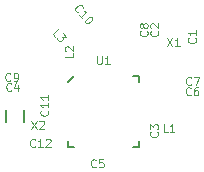
<source format=gbr>
G04 #@! TF.FileFunction,Legend,Top*
%FSLAX46Y46*%
G04 Gerber Fmt 4.6, Leading zero omitted, Abs format (unit mm)*
G04 Created by KiCad (PCBNEW 4.0.0-stable) date Wednesday, March 16, 2016 'PMt' 09:11:23 PM*
%MOMM*%
G01*
G04 APERTURE LIST*
%ADD10C,0.100000*%
%ADD11C,0.150000*%
G04 APERTURE END LIST*
D10*
X81938371Y93900497D02*
X81892362Y93904522D01*
X81804371Y93958581D01*
X81762388Y94008614D01*
X81724430Y94104657D01*
X81732481Y94196674D01*
X81761523Y94263674D01*
X81840598Y94372656D01*
X81915649Y94435631D01*
X82036707Y94494581D01*
X82107733Y94511548D01*
X82199749Y94503497D01*
X82287741Y94449438D01*
X82329724Y94399405D01*
X82367682Y94303363D01*
X82363657Y94257355D01*
X82308169Y93358177D02*
X82056271Y93658379D01*
X82182220Y93508278D02*
X82707573Y93949102D01*
X82590540Y93936161D01*
X82498522Y93944211D01*
X82431523Y93973253D01*
X83106414Y93473782D02*
X83148397Y93423748D01*
X83165364Y93352723D01*
X83161338Y93306715D01*
X83132296Y93239715D01*
X83053220Y93130732D01*
X82928136Y93025774D01*
X82807078Y92966824D01*
X82736052Y92949857D01*
X82690044Y92953883D01*
X82623044Y92982924D01*
X82581060Y93032959D01*
X82564094Y93103984D01*
X82568119Y93149992D01*
X82597162Y93216992D01*
X82676237Y93325975D01*
X82801322Y93430933D01*
X82922381Y93489883D01*
X82993406Y93506849D01*
X83039414Y93502824D01*
X83106414Y93473782D01*
X80011014Y91817827D02*
X79801098Y92067995D01*
X80326452Y92508819D01*
X80641325Y92133568D02*
X80914216Y91808349D01*
X80567140Y91815534D01*
X80630115Y91740483D01*
X80647082Y91669458D01*
X80643057Y91623450D01*
X80614014Y91556449D01*
X80488930Y91451492D01*
X80417905Y91434525D01*
X80371896Y91438550D01*
X80304897Y91467592D01*
X80178947Y91617693D01*
X80161981Y91688718D01*
X80166005Y91734727D01*
X81539443Y90405857D02*
X81539443Y90079286D01*
X80853643Y90079286D01*
X80918957Y90601800D02*
X80886300Y90634457D01*
X80853643Y90699771D01*
X80853643Y90863057D01*
X80886300Y90928371D01*
X80918957Y90961028D01*
X80984271Y90993685D01*
X81049586Y90993685D01*
X81147557Y90961028D01*
X81539443Y90569142D01*
X81539443Y90993685D01*
X76297971Y87283471D02*
X76265314Y87250814D01*
X76167343Y87218157D01*
X76102029Y87218157D01*
X76004057Y87250814D01*
X75938743Y87316129D01*
X75906086Y87381443D01*
X75873429Y87512071D01*
X75873429Y87610043D01*
X75906086Y87740671D01*
X75938743Y87805986D01*
X76004057Y87871300D01*
X76102029Y87903957D01*
X76167343Y87903957D01*
X76265314Y87871300D01*
X76297971Y87838643D01*
X76885800Y87675357D02*
X76885800Y87218157D01*
X76722514Y87936614D02*
X76559229Y87446757D01*
X76983771Y87446757D01*
X83460971Y80813691D02*
X83428314Y80781034D01*
X83330343Y80748377D01*
X83265029Y80748377D01*
X83167057Y80781034D01*
X83101743Y80846349D01*
X83069086Y80911663D01*
X83036429Y81042291D01*
X83036429Y81140263D01*
X83069086Y81270891D01*
X83101743Y81336206D01*
X83167057Y81401520D01*
X83265029Y81434177D01*
X83330343Y81434177D01*
X83428314Y81401520D01*
X83460971Y81368863D01*
X84081457Y81434177D02*
X83754886Y81434177D01*
X83722229Y81107606D01*
X83754886Y81140263D01*
X83820200Y81172920D01*
X83983486Y81172920D01*
X84048800Y81140263D01*
X84081457Y81107606D01*
X84114114Y81042291D01*
X84114114Y80879006D01*
X84081457Y80813691D01*
X84048800Y80781034D01*
X83983486Y80748377D01*
X83820200Y80748377D01*
X83754886Y80781034D01*
X83722229Y80813691D01*
X91525271Y87778771D02*
X91492614Y87746114D01*
X91394643Y87713457D01*
X91329329Y87713457D01*
X91231357Y87746114D01*
X91166043Y87811429D01*
X91133386Y87876743D01*
X91100729Y88007371D01*
X91100729Y88105343D01*
X91133386Y88235971D01*
X91166043Y88301286D01*
X91231357Y88366600D01*
X91329329Y88399257D01*
X91394643Y88399257D01*
X91492614Y88366600D01*
X91525271Y88333943D01*
X91753871Y88399257D02*
X92211071Y88399257D01*
X91917157Y87713457D01*
X91888129Y91690371D02*
X91920786Y91657714D01*
X91953443Y91559743D01*
X91953443Y91494429D01*
X91920786Y91396457D01*
X91855471Y91331143D01*
X91790157Y91298486D01*
X91659529Y91265829D01*
X91561557Y91265829D01*
X91430929Y91298486D01*
X91365614Y91331143D01*
X91300300Y91396457D01*
X91267643Y91494429D01*
X91267643Y91559743D01*
X91300300Y91657714D01*
X91332957Y91690371D01*
X91953443Y92343514D02*
X91953443Y91951629D01*
X91953443Y92147571D02*
X91267643Y92147571D01*
X91365614Y92082257D01*
X91430929Y92016943D01*
X91463586Y91951629D01*
X89487111Y91683777D02*
X89944311Y90997977D01*
X89944311Y91683777D02*
X89487111Y90997977D01*
X90564797Y90997977D02*
X90172912Y90997977D01*
X90368854Y90997977D02*
X90368854Y91683777D01*
X90303540Y91585806D01*
X90238226Y91520491D01*
X90172912Y91487834D01*
X87798929Y92281791D02*
X87831586Y92249134D01*
X87864243Y92151163D01*
X87864243Y92085849D01*
X87831586Y91987877D01*
X87766271Y91922563D01*
X87700957Y91889906D01*
X87570329Y91857249D01*
X87472357Y91857249D01*
X87341729Y91889906D01*
X87276414Y91922563D01*
X87211100Y91987877D01*
X87178443Y92085849D01*
X87178443Y92151163D01*
X87211100Y92249134D01*
X87243757Y92281791D01*
X87472357Y92673677D02*
X87439700Y92608363D01*
X87407043Y92575706D01*
X87341729Y92543049D01*
X87309071Y92543049D01*
X87243757Y92575706D01*
X87211100Y92608363D01*
X87178443Y92673677D01*
X87178443Y92804306D01*
X87211100Y92869620D01*
X87243757Y92902277D01*
X87309071Y92934934D01*
X87341729Y92934934D01*
X87407043Y92902277D01*
X87439700Y92869620D01*
X87472357Y92804306D01*
X87472357Y92673677D01*
X87505014Y92608363D01*
X87537671Y92575706D01*
X87602986Y92543049D01*
X87733614Y92543049D01*
X87798929Y92575706D01*
X87831586Y92608363D01*
X87864243Y92673677D01*
X87864243Y92804306D01*
X87831586Y92869620D01*
X87798929Y92902277D01*
X87733614Y92934934D01*
X87602986Y92934934D01*
X87537671Y92902277D01*
X87505014Y92869620D01*
X87472357Y92804306D01*
X76234471Y88121671D02*
X76201814Y88089014D01*
X76103843Y88056357D01*
X76038529Y88056357D01*
X75940557Y88089014D01*
X75875243Y88154329D01*
X75842586Y88219643D01*
X75809929Y88350271D01*
X75809929Y88448243D01*
X75842586Y88578871D01*
X75875243Y88644186D01*
X75940557Y88709500D01*
X76038529Y88742157D01*
X76103843Y88742157D01*
X76201814Y88709500D01*
X76234471Y88676843D01*
X76561043Y88056357D02*
X76691671Y88056357D01*
X76756986Y88089014D01*
X76789643Y88121671D01*
X76854957Y88219643D01*
X76887614Y88350271D01*
X76887614Y88611529D01*
X76854957Y88676843D01*
X76822300Y88709500D01*
X76756986Y88742157D01*
X76626357Y88742157D01*
X76561043Y88709500D01*
X76528386Y88676843D01*
X76495729Y88611529D01*
X76495729Y88448243D01*
X76528386Y88382929D01*
X76561043Y88350271D01*
X76626357Y88317614D01*
X76756986Y88317614D01*
X76822300Y88350271D01*
X76854957Y88382929D01*
X76887614Y88448243D01*
X91499871Y86902471D02*
X91467214Y86869814D01*
X91369243Y86837157D01*
X91303929Y86837157D01*
X91205957Y86869814D01*
X91140643Y86935129D01*
X91107986Y87000443D01*
X91075329Y87131071D01*
X91075329Y87229043D01*
X91107986Y87359671D01*
X91140643Y87424986D01*
X91205957Y87490300D01*
X91303929Y87522957D01*
X91369243Y87522957D01*
X91467214Y87490300D01*
X91499871Y87457643D01*
X92087700Y87522957D02*
X91957071Y87522957D01*
X91891757Y87490300D01*
X91859100Y87457643D01*
X91793786Y87359671D01*
X91761129Y87229043D01*
X91761129Y86967786D01*
X91793786Y86902471D01*
X91826443Y86869814D01*
X91891757Y86837157D01*
X92022386Y86837157D01*
X92087700Y86869814D01*
X92120357Y86902471D01*
X92153014Y86967786D01*
X92153014Y87131071D01*
X92120357Y87196386D01*
X92087700Y87229043D01*
X92022386Y87261700D01*
X91891757Y87261700D01*
X91826443Y87229043D01*
X91793786Y87196386D01*
X91761129Y87131071D01*
X88687929Y92281791D02*
X88720586Y92249134D01*
X88753243Y92151163D01*
X88753243Y92085849D01*
X88720586Y91987877D01*
X88655271Y91922563D01*
X88589957Y91889906D01*
X88459329Y91857249D01*
X88361357Y91857249D01*
X88230729Y91889906D01*
X88165414Y91922563D01*
X88100100Y91987877D01*
X88067443Y92085849D01*
X88067443Y92151163D01*
X88100100Y92249134D01*
X88132757Y92281791D01*
X88132757Y92543049D02*
X88100100Y92575706D01*
X88067443Y92641020D01*
X88067443Y92804306D01*
X88100100Y92869620D01*
X88132757Y92902277D01*
X88198071Y92934934D01*
X88263386Y92934934D01*
X88361357Y92902277D01*
X88753243Y92510391D01*
X88753243Y92934934D01*
X83551686Y90171777D02*
X83551686Y89616606D01*
X83584343Y89551291D01*
X83617000Y89518634D01*
X83682314Y89485977D01*
X83812943Y89485977D01*
X83878257Y89518634D01*
X83910914Y89551291D01*
X83943571Y89616606D01*
X83943571Y90171777D01*
X84629371Y89485977D02*
X84237486Y89485977D01*
X84433428Y89485977D02*
X84433428Y90171777D01*
X84368114Y90073806D01*
X84302800Y90008491D01*
X84237486Y89975834D01*
X89529557Y83751057D02*
X89202986Y83751057D01*
X89202986Y84436857D01*
X90117385Y83751057D02*
X89725500Y83751057D01*
X89921442Y83751057D02*
X89921442Y84436857D01*
X89856128Y84338886D01*
X89790814Y84273571D01*
X89725500Y84240914D01*
X88675029Y83740171D02*
X88707686Y83707514D01*
X88740343Y83609543D01*
X88740343Y83544229D01*
X88707686Y83446257D01*
X88642371Y83380943D01*
X88577057Y83348286D01*
X88446429Y83315629D01*
X88348457Y83315629D01*
X88217829Y83348286D01*
X88152514Y83380943D01*
X88087200Y83446257D01*
X88054543Y83544229D01*
X88054543Y83609543D01*
X88087200Y83707514D01*
X88119857Y83740171D01*
X88054543Y83968771D02*
X88054543Y84393314D01*
X88315800Y84164714D01*
X88315800Y84262686D01*
X88348457Y84328000D01*
X88381114Y84360657D01*
X88446429Y84393314D01*
X88609714Y84393314D01*
X88675029Y84360657D01*
X88707686Y84328000D01*
X88740343Y84262686D01*
X88740343Y84066743D01*
X88707686Y84001429D01*
X88675029Y83968771D01*
X77999771Y84703557D02*
X78456971Y84017757D01*
X78456971Y84703557D02*
X77999771Y84017757D01*
X78685572Y84638243D02*
X78718229Y84670900D01*
X78783543Y84703557D01*
X78946829Y84703557D01*
X79012143Y84670900D01*
X79044800Y84638243D01*
X79077457Y84572929D01*
X79077457Y84507614D01*
X79044800Y84409643D01*
X78652914Y84017757D01*
X79077457Y84017757D01*
X78317271Y82533671D02*
X78284614Y82501014D01*
X78186643Y82468357D01*
X78121329Y82468357D01*
X78023357Y82501014D01*
X77958043Y82566329D01*
X77925386Y82631643D01*
X77892729Y82762271D01*
X77892729Y82860243D01*
X77925386Y82990871D01*
X77958043Y83056186D01*
X78023357Y83121500D01*
X78121329Y83154157D01*
X78186643Y83154157D01*
X78284614Y83121500D01*
X78317271Y83088843D01*
X78970414Y82468357D02*
X78578529Y82468357D01*
X78774471Y82468357D02*
X78774471Y83154157D01*
X78709157Y83056186D01*
X78643843Y82990871D01*
X78578529Y82958214D01*
X79231672Y83088843D02*
X79264329Y83121500D01*
X79329643Y83154157D01*
X79492929Y83154157D01*
X79558243Y83121500D01*
X79590900Y83088843D01*
X79623557Y83023529D01*
X79623557Y82958214D01*
X79590900Y82860243D01*
X79199014Y82468357D01*
X79623557Y82468357D01*
X79378629Y85556271D02*
X79411286Y85523614D01*
X79443943Y85425643D01*
X79443943Y85360329D01*
X79411286Y85262357D01*
X79345971Y85197043D01*
X79280657Y85164386D01*
X79150029Y85131729D01*
X79052057Y85131729D01*
X78921429Y85164386D01*
X78856114Y85197043D01*
X78790800Y85262357D01*
X78758143Y85360329D01*
X78758143Y85425643D01*
X78790800Y85523614D01*
X78823457Y85556271D01*
X79443943Y86209414D02*
X79443943Y85817529D01*
X79443943Y86013471D02*
X78758143Y86013471D01*
X78856114Y85948157D01*
X78921429Y85882843D01*
X78954086Y85817529D01*
X79443943Y86862557D02*
X79443943Y86470672D01*
X79443943Y86666614D02*
X78758143Y86666614D01*
X78856114Y86601300D01*
X78921429Y86535986D01*
X78954086Y86470672D01*
D11*
X81105935Y87991617D02*
X81605935Y88491617D01*
X86605935Y88491617D02*
X87105935Y88491617D01*
X87105935Y87991617D02*
X87105935Y88491617D01*
X87105935Y82491617D02*
X87105935Y82991617D01*
X86605935Y82491617D02*
X87105935Y82491617D01*
X81105935Y82491617D02*
X81605935Y82491617D01*
X81105935Y82491617D02*
X81105935Y82991617D01*
X77388335Y85610617D02*
X77388335Y84610617D01*
X75888335Y84610617D02*
X75888335Y85610617D01*
M02*

</source>
